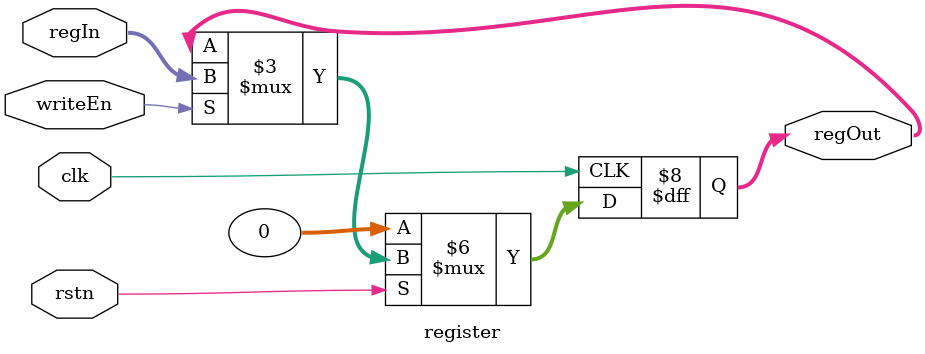
<source format=sv>
module register (clk, rstn, writeEn, regIn, regOut);
input logic clk, rstn, writeEn;
input logic [31:0] regIn;
output logic [31:0] regOut;

always_ff @(posedge clk)
begin
if (!rstn)
regOut <= '0;
else if (writeEn)
regOut <= regIn;
end

endmodule : register

</source>
